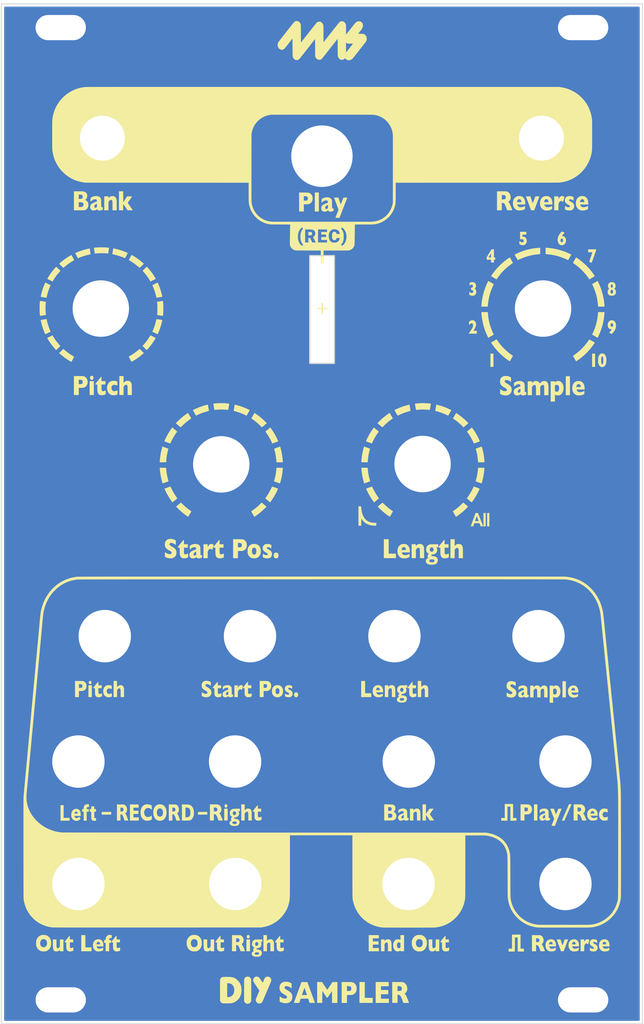
<source format=kicad_pcb>
(kicad_pcb (version 20221018) (generator pcbnew)
  (layers (0 "F.Cu" signal) (31 "B.Cu" signal) (34 "B.Paste" user) (35 "F.Paste" user) (36 "B.SilkS" user "B.Silkscreen") (37 "F.SilkS" user "F.Silkscreen") (38 "B.Mask" user) (39 "F.Mask" user) (44 "Edge.Cuts" user))
  (net 0 "")
  (net 1 "GND")
  (footprint "Faceplate_Hole_Pot_16mm" (layer "F.Cu") (at 78.9 41.182236)
    (fp_text reference "REF**" hide)
    (fp_text value "Faceplate_Hole_Pot_16mm" hide)
    (pad "1" thru_hole circle (at 0 0) (size 7.874 7.874) (drill 7.112) (layers "*.Cu" "*.Mask") (net 1 "GND"))
  )
  (footprint "Faceplate_Hole_Pot_16mm" (layer "F.Cu") (at 23.1 41.182236)
    (fp_text reference "REF**" hide)
    (fp_text value "Faceplate_Hole_Pot_16mm" hide)
    (pad "1" thru_hole circle (at 0 0) (size 7.874 7.874) (drill 7.112) (layers "*.Cu" "*.Mask") (net 1 "GND"))
  )
  (footprint "Faceplate_Rail_Mount_Slot_Plated" (layer "F.Cu") (at 18.043 5.781)
    (fp_text reference "REF**" hide)
    (fp_text value "Faceplate_Rail_Mount_Slot_Plated" hide)
    (pad "1" thru_hole oval (at 0 0) (size 7.366 4.191) (drill oval 6.35 3.175) (layers "*.Cu" "*.Mask") (net 1 "GND"))
  )
  (footprint "Faceplate_Hole_Jack_3.5mm" (layer "F.Cu") (at 20.275 113.682236)
    (fp_text reference "REF**" hide)
    (fp_text value "GND" hide)
    (pad "1" thru_hole circle (at 0 0) (size 7.62 7.62) (drill 6.604) (layers "*.Cu" "*.Mask") (net 1 "GND"))
  )
  (footprint "Faceplate_Rail_Mount_Slot_Plated" (layer "F.Cu") (at 83.957 128.2866)
    (fp_text reference "REF**" hide)
    (fp_text value "Faceplate_Rail_Mount_Slot_Plated" hide)
    (pad "1" thru_hole oval (at 0 0) (size 7.366 4.191) (drill oval 6.35 3.175) (layers "*.Cu" "*.Mask") (net 1 "GND"))
  )
  (footprint "Faceplate_Hole_Jack_3.5mm" (layer "F.Cu") (at 23.6 82.457236)
    (fp_text reference "REF**" hide)
    (fp_text value "GND" hide)
    (pad "1" thru_hole circle (at 0 0) (size 7.62 7.62) (drill 6.604) (layers "*.Cu" "*.Mask") (net 1 "GND"))
  )
  (footprint "Faceplate_Hole_Jack_3.5mm" (layer "F.Cu") (at 61.93 113.682236)
    (fp_text reference "REF**" hide)
    (fp_text value "GND" hide)
    (pad "1" thru_hole circle (at 0 0) (size 7.62 7.62) (drill 6.604) (layers "*.Cu" "*.Mask") (net 1 "GND"))
  )
  (footprint "Faceplate_Rail_Mount_Slot_Plated" (layer "F.Cu") (at 18.043 128.2866)
    (fp_text reference "REF**" hide)
    (fp_text value "Faceplate_Rail_Mount_Slot_Plated" hide)
    (pad "1" thru_hole oval (at 0 0) (size 7.366 4.191) (drill oval 6.35 3.175) (layers "*.Cu" "*.Mask") (net 1 "GND"))
  )
  (footprint "Faceplate_Hole_LED_Button_5.4mm_With_Mask_Opening" (layer "F.Cu") (at 23.3 19.707236)
    (fp_text reference "REF**" hide)
    (fp_text value "Faceplate_Hole_LED_Button_5.4mm_With_Mask_Opening" hide)
    (pad "1" thru_hole circle (at 0 0) (size 5.969 5.969) (drill 5.6642) (layers "*.Cu" "*.Mask") (net 1 "GND"))
  )
  (footprint "Faceplate_Rail_Mount_Slot_Plated" (layer "F.Cu") (at 83.957 5.781)
    (fp_text reference "REF**" hide)
    (fp_text value "Faceplate_Rail_Mount_Slot_Plated" hide)
    (pad "1" thru_hole oval (at 0 0) (size 7.366 4.191) (drill oval 6.35 3.175) (layers "*.Cu" "*.Mask") (net 1 "GND"))
  )
  (footprint "" (layer "F.Cu") (at 50.84 7.22)
    (fp_text reference "" (at 0 0) (layer "F.SilkS") (effects (font (size 1.27 1.27))))
    (fp_text value "" (at 0 0) (layer "F.SilkS") (effects (font (size 1.27 1.27))))
    (pad "1" smd rect (at 0 0 180) (size 79.7 8) (layers "B.Cu" "B.Paste" "B.Mask") (net 1 "GND"))
  )
  (footprint "Faceplate_Hole_LED_Button_7mm_With_Mask_Opening" (layer "F.Cu") (at 51 21.982236)
    (fp_text reference "LOCK1" hide)
    (fp_text value "Faceplate_Hole_LED_Button_7mm_With_Mask_Opening" hide)
    (pad "1" thru_hole circle (at 0 0) (size 8.0518 8.0518) (drill 7.747) (layers "*.Cu" "*.Mask") (net 1 "GND"))
  )
  (footprint "Faceplate_Hole_Pot_16mm" (layer "F.Cu") (at 38.3 60.814319)
    (fp_text reference "REF**" hide)
    (fp_text value "Faceplate_Hole_Pot_16mm" hide)
    (pad "1" thru_hole circle (at 0 0) (size 7.874 7.874) (drill 7.112) (layers "*.Cu" "*.Mask") (net 1 "GND"))
  )
  (footprint "Faceplate_Hole_Jack_3.5mm" (layer "F.Cu") (at 40.07 113.682236)
    (fp_text reference "REF**" hide)
    (fp_text value "GND" hide)
    (pad "1" thru_hole circle (at 0 0) (size 7.62 7.62) (drill 6.604) (layers "*.Cu" "*.Mask") (net 1 "GND"))
  )
  (footprint "Faceplate_Hole_Jack_3.5mm" (layer "F.Cu") (at 61.957 98.257236)
    (fp_text reference "REF**" hide)
    (fp_text value "GND" hide)
    (pad "1" thru_hole circle (at 0 0) (size 7.62 7.62) (drill 6.604) (layers "*.Cu" "*.Mask") (net 1 "GND"))
  )
  (footprint "Faceplate_Hole_Jack_3.5mm" (layer "F.Cu") (at 78.325 82.457236)
    (fp_text reference "REF**" hide)
    (fp_text value "GND" hide)
    (pad "1" thru_hole circle (at 0 0) (size 7.62 7.62) (drill 6.604) (layers "*.Cu" "*.Mask") (net 1 "GND"))
  )
  (footprint "Faceplate_Hole_Jack_3.5mm" (layer "F.Cu") (at 20.275 98.257236)
    (fp_text reference "REF**" hide)
    (fp_text value "GND" hide)
    (pad "1" thru_hole circle (at 0 0) (size 7.62 7.62) (drill 6.604) (layers "*.Cu" "*.Mask") (net 1 "GND"))
  )
  (footprint "Faceplate_Hole_Jack_3.5mm" (layer "F.Cu") (at 40.043 98.257236)
    (fp_text reference "REF**" hide)
    (fp_text value "GND" hide)
    (pad "1" thru_hole circle (at 0 0) (size 7.62 7.62) (drill 6.604) (layers "*.Cu" "*.Mask") (net 1 "GND"))
  )
  (footprint "Faceplate_Hole_Jack_3.5mm" (layer "F.Cu") (at 60.15 82.457236)
    (fp_text reference "REF**" hide)
    (fp_text value "GND" hide)
    (pad "1" thru_hole circle (at 0 0) (size 7.62 7.62) (drill 6.604) (layers "*.Cu" "*.Mask") (net 1 "GND"))
  )
  (footprint "Faceplate_Hole_Jack_3.5mm" (layer "F.Cu") (at 81.725 98.257236)
    (fp_text reference "REF**" hide)
    (fp_text value "GND" hide)
    (pad "1" thru_hole circle (at 0 0) (size 7.62 7.62) (drill 6.604) (layers "*.Cu" "*.Mask") (net 1 "GND"))
  )
  (footprint "Faceplate_Hole_LED_Button_5.4mm_With_Mask_Opening" (layer "F.Cu") (at 78.7 19.707236)
    (fp_text reference "REF**" hide)
    (fp_text value "Faceplate_Hole_LED_Button_5.4mm_With_Mask_Opening" hide)
    (pad "1" thru_hole circle (at 0 0) (size 5.969 5.969) (drill 5.6642) (layers "*.Cu" "*.Mask") (net 1 "GND"))
  )
  (footprint "Faceplate_Hole_Jack_3.5mm" (layer "F.Cu") (at 81.725 113.682236)
    (fp_text reference "REF**" hide)
    (fp_text value "GND" hide)
    (pad "1" thru_hole circle (at 0 0) (size 7.62 7.62) (drill 6.604) (layers "*.Cu" "*.Mask") (net 1 "GND"))
  )
  (footprint "Faceplate_Hole_Pot_16mm" (layer "F.Cu") (at 63.7 60.77)
    (fp_text reference "REF**" hide)
    (fp_text value "Faceplate_Hole_Pot_16mm" hide)
    (pad "1" thru_hole circle (at 0 0) (size 7.874 7.874) (drill 7.112) (layers "*.Cu" "*.Mask") (net 1 "GND"))
  )
  (footprint "artwork:sampler-p3" (layer "F.Cu") (at 51.031285 67.61)
    (fp_text reference "G***" hide)
    (fp_text value "LOGO" hide)
  )
  (footprint "Faceplate_Hole_Jack_3.5mm" (layer "F.Cu") (at 41.925 82.457236)
    (fp_text reference "REF**" hide)
    (fp_text value "GND" hide)
    (pad "1" thru_hole circle (at 0 0) (size 7.62 7.62) (drill 6.604) (layers "*.Cu" "*.Mask") (net 1 "GND"))
  )
  (footprint "4ms_Faceplate:Rail_Connection_16HP" (layer "B.Cu") (at 51.01 126.77 180)
    (fp_text reference "REF**" hide)
    (fp_text value "Rail_Connection_16HP" hide)
    (pad "1" smd rect (at 0 0 180) (size 79.7 8) (layers "B.Cu" "B.Paste" "B.Mask") (net 1 "GND"))
  )
  (gr_line (start 10.55 2.7838) (end 10.55 131.2838) (stroke (width 0.1)) (layer "Edge.Cuts"))
  (gr_line (start 91.45 2.7838) (end 91.45 131.2838) (stroke (width 0.1)) (layer "Edge.Cuts"))
  (gr_line (start 49.4685 48.099) (end 52.58 48.099) (stroke (width 0.15)) (layer "Edge.Cuts"))
  (gr_line (start 52.58 48.099) (end 52.58 34.51) (stroke (width 0.15)) (layer "Edge.Cuts"))
  (gr_line (start 52.58 34.51) (end 49.4685 34.51) (stroke (width 0.15)) (layer "Edge.Cuts"))
  (gr_line (start 10.55 2.7838) (end 91.45 2.7838) (stroke (width 0.1)) (layer "Edge.Cuts"))
  (gr_line (start 49.4685 34.51) (end 49.4685 48.099) (stroke (width 0.15)) (layer "Edge.Cuts"))
  (gr_line (start 10.55 131.2838) (end 91.45 131.2838) (stroke (width 0.1)) (layer "Edge.Cuts"))
  (zone (net 1) (net_name "GND") (layer "B.Cu") (connect_pads yes (clearance 0.508)) (min_thickness 0.254) (fill yes (thermal_gap 0.508) (thermal_bridge_width 0.508) (island_removal_mode 2) (island_area_min 10))
    (polygon (pts (xy 10.904 3.1378) (xy 10.904 130.9298) (xy 91.096 130.9298) (xy 91.096 3.1378)))
  )
)
</source>
